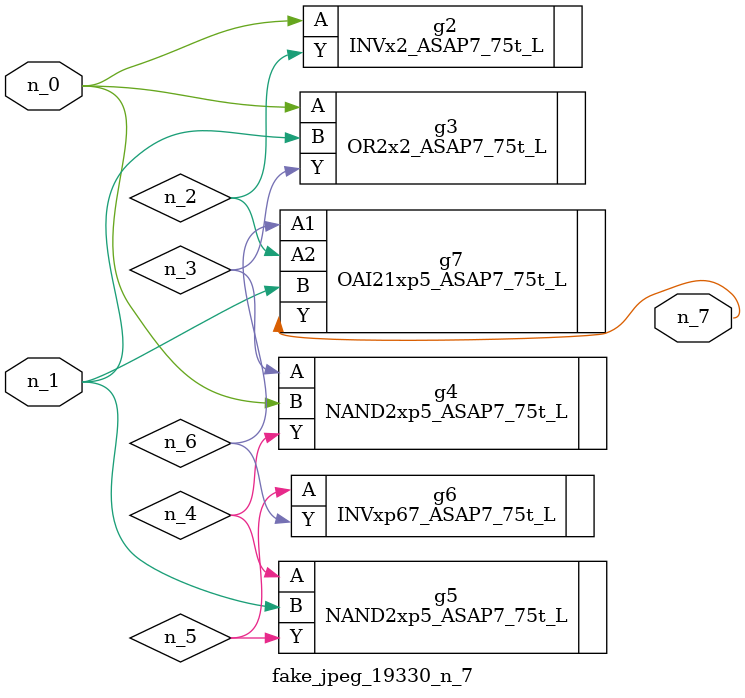
<source format=v>
module fake_jpeg_19330_n_7 (n_0, n_1, n_7);

input n_0;
input n_1;

output n_7;

wire n_3;
wire n_2;
wire n_4;
wire n_6;
wire n_5;

INVx2_ASAP7_75t_L g2 ( 
.A(n_0),
.Y(n_2)
);

OR2x2_ASAP7_75t_L g3 ( 
.A(n_0),
.B(n_1),
.Y(n_3)
);

NAND2xp5_ASAP7_75t_L g4 ( 
.A(n_3),
.B(n_0),
.Y(n_4)
);

NAND2xp5_ASAP7_75t_L g5 ( 
.A(n_4),
.B(n_1),
.Y(n_5)
);

INVxp67_ASAP7_75t_L g6 ( 
.A(n_5),
.Y(n_6)
);

OAI21xp5_ASAP7_75t_L g7 ( 
.A1(n_6),
.A2(n_2),
.B(n_1),
.Y(n_7)
);


endmodule
</source>
